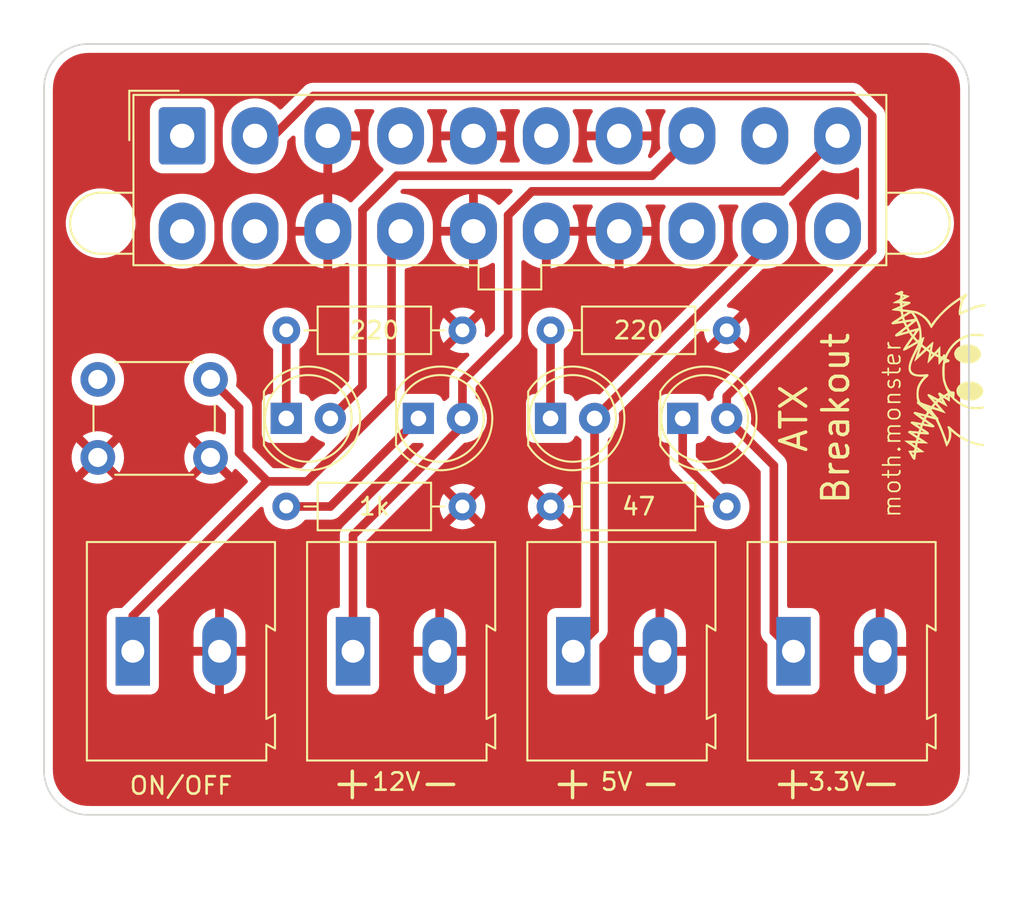
<source format=kicad_pcb>
(kicad_pcb (version 20210228) (generator pcbnew)
  (layers (0 "F.Cu" signal) (31 "B.Cu" signal) (34 "B.Paste" user) (35 "F.Paste" user) (36 "B.SilkS" user "B.Silkscreen") (37 "F.SilkS" user "F.Silkscreen") (38 "B.Mask" user) (39 "F.Mask" user) (44 "Edge.Cuts" user))
  (net 0 "")
  (net 1 "Net-(D1-Pad1)")
  (net 2 "Net-(D1-Pad2)")
  (net 3 "Net-(D2-Pad1)")
  (net 4 "Net-(D3-Pad1)")
  (net 5 "Net-(D4-Pad1)")
  (net 8 "Net-(J1-Pad14)")
  (net 10 "/12V")
  (net 11 "/5V")
  (net 12 "/3.3V")
  (net 13 "/GND")
  (footprint "LED_THT:LED_D5.0mm" (layer "F.Cu") (at 153.67 85.09)
    (fp_text reference "D3" hide)
    (fp_text value "LED")
    (pad "1" thru_hole rect (at 0 0) (size 1.8 1.8) (drill 0.9) (layers *.Cu *.Mask) (net 4 "Net-(D3-Pad1)"))
    (pad "2" thru_hole circle (at 2.54 0) (size 1.8 1.8) (drill 0.9) (layers *.Cu *.Mask) (net 11 "/5V"))
  )
  (footprint "LED_THT:LED_D5.0mm" (layer "F.Cu") (at 161.29 85.09)
    (fp_text reference "D4" hide)
    (fp_text value "LED")
    (pad "1" thru_hole rect (at 0 0) (size 1.8 1.8) (drill 0.9) (layers *.Cu *.Mask) (net 5 "Net-(D4-Pad1)"))
    (pad "2" thru_hole circle (at 2.54 0) (size 1.8 1.8) (drill 0.9) (layers *.Cu *.Mask) (net 12 "/3.3V"))
  )
  (footprint "Resistor_THT:R_Axial_DIN0207_L6.3mm_D2.5mm_P10.16mm_Horizontal" (layer "F.Cu") (at 148.59 80.01 180)
    (fp_text reference "R1" hide)
    (fp_text value "220" (at 5.08 0) (layer "F.SilkS"))
    (pad "1" thru_hole circle (at 0 0 180) (size 1.6 1.6) (drill 0.8) (layers *.Cu *.Mask) (net 13 "/GND"))
    (pad "2" thru_hole oval (at 10.16 0 180) (size 1.6 1.6) (drill 0.8) (layers *.Cu *.Mask) (net 1 "Net-(D1-Pad1)"))
  )
  (footprint "TerminalBlock:TerminalBlock_Altech_AK300-2_P5.00mm" (layer "F.Cu") (at 154.98 98.52)
    (fp_text reference "J4" hide)
    (fp_text value "5V" (at 2.5 7.525) (layer "F.SilkS"))
    (pad "1" thru_hole rect (at 0 0) (size 1.98 3.96) (drill 1.32) (layers *.Cu *.Mask) (net 11 "/5V"))
    (pad "2" thru_hole oval (at 5 0) (size 1.98 3.96) (drill 1.32) (layers *.Cu *.Mask) (net 13 "/GND"))
  )
  (footprint "Resistor_THT:R_Axial_DIN0207_L6.3mm_D2.5mm_P10.16mm_Horizontal" (layer "F.Cu") (at 163.83 80.01 180)
    (fp_text reference "R3" hide)
    (fp_text value "220" (at 5.08 0) (layer "F.SilkS"))
    (pad "1" thru_hole circle (at 0 0 180) (size 1.6 1.6) (drill 0.8) (layers *.Cu *.Mask) (net 13 "/GND"))
    (pad "2" thru_hole oval (at 10.16 0 180) (size 1.6 1.6) (drill 0.8) (layers *.Cu *.Mask) (net 4 "Net-(D3-Pad1)"))
  )
  (footprint "Resistor_THT:R_Axial_DIN0207_L6.3mm_D2.5mm_P10.16mm_Horizontal" (layer "F.Cu") (at 153.67 90.17)
    (fp_text reference "R4" hide)
    (fp_text value "47" (at 5.08 0) (layer "F.SilkS"))
    (pad "1" thru_hole circle (at 0 0) (size 1.6 1.6) (drill 0.8) (layers *.Cu *.Mask) (net 13 "/GND"))
    (pad "2" thru_hole oval (at 10.16 0) (size 1.6 1.6) (drill 0.8) (layers *.Cu *.Mask) (net 5 "Net-(D4-Pad1)"))
  )
  (footprint "random stuff:mothfacefixed" (layer "F.Cu") (at 175.26 82.55 90)
    (fp_text reference "Ref**" hide)
    (fp_text value "Val**" hide)
  )
  (footprint "Button_Switch_THT:SW_PUSH_6mm" (layer "F.Cu") (at 134.06 87.34 180)
    (fp_text reference "SW1" hide)
    (fp_text value "SW_Push")
    (pad "1" thru_hole circle (at 6.5 0 270) (size 2 2) (drill 1.1) (layers *.Cu *.Mask) (net 13 "/GND"))
    (pad "1" thru_hole circle (at 0 0 270) (size 2 2) (drill 1.1) (layers *.Cu *.Mask) (net 13 "/GND"))
    (pad "2" thru_hole circle (at 6.5 4.5 270) (size 2 2) (drill 1.1) (layers *.Cu *.Mask) (net 8 "Net-(J1-Pad14)"))
    (pad "2" thru_hole circle (at 0 4.5 270) (size 2 2) (drill 1.1) (layers *.Cu *.Mask) (net 8 "Net-(J1-Pad14)"))
  )
  (footprint "Connector_Molex:Molex_Mini-Fit_Jr_5566-20A2_2x10_P4.20mm_Vertical" (layer "F.Cu") (at 132.425 68.795)
    (fp_text reference "J1" hide)
    (fp_text value "ATX-20")
    (pad "" np_thru_hole circle (at 42.5 5.04) (size 3 3) (drill 3) (layers *.Cu *.Mask))
    (pad "" np_thru_hole circle (at -4.7 5.04) (size 3 3) (drill 3) (layers *.Cu *.Mask))
    (pad "1" thru_hole roundrect (at 0 0) (size 2.7 3.3) (drill 1.4) (layers *.Cu *.Mask) (roundrect_rratio 0.092593) (net 12 "/3.3V"))
    (pad "2" thru_hole oval (at 4.2 0) (size 2.7 3.3) (drill 1.4) (layers *.Cu *.Mask) (net 12 "/3.3V"))
    (pad "3" thru_hole oval (at 8.4 0) (size 2.7 3.3) (drill 1.4) (layers *.Cu *.Mask) (net 13 "/GND"))
    (pad "4" thru_hole oval (at 12.6 0) (size 2.7 3.3) (drill 1.4) (layers *.Cu *.Mask) (net 11 "/5V"))
    (pad "5" thru_hole oval (at 16.8 0) (size 2.7 3.3) (drill 1.4) (layers *.Cu *.Mask) (net 13 "/GND"))
    (pad "6" thru_hole oval (at 21 0) (size 2.7 3.3) (drill 1.4) (layers *.Cu *.Mask) (net 11 "/5V"))
    (pad "7" thru_hole oval (at 25.2 0) (size 2.7 3.3) (drill 1.4) (layers *.Cu *.Mask) (net 13 "/GND"))
    (pad "8" thru_hole oval (at 29.4 0) (size 2.7 3.3) (drill 1.4) (layers *.Cu *.Mask) (net 2 "Net-(D1-Pad2)"))
    (pad "9" thru_hole oval (at 33.6 0) (size 2.7 3.3) (drill 1.4) (layers *.Cu *.Mask))
    (pad "10" thru_hole oval (at 37.8 0) (size 2.7 3.3) (drill 1.4) (layers *.Cu *.Mask) (net 10 "/12V"))
    (pad "11" thru_hole oval (at 0 5.5) (size 2.7 3.3) (drill 1.4) (layers *.Cu *.Mask) (net 12 "/3.3V"))
    (pad "12" thru_hole oval (at 4.2 5.5) (size 2.7 3.3) (drill 1.4) (layers *.Cu *.Mask))
    (pad "13" thru_hole oval (at 8.4 5.5) (size 2.7 3.3) (drill 1.4) (layers *.Cu *.Mask) (net 13 "/GND"))
    (pad "14" thru_hole oval (at 12.6 5.5) (size 2.7 3.3) (drill 1.4) (layers *.Cu *.Mask) (net 8 "Net-(J1-Pad14)"))
    (pad "15" thru_hole oval (at 16.8 5.5) (size 2.7 3.3) (drill 1.4) (layers *.Cu *.Mask) (net 13 "/GND"))
    (pad "16" thru_hole oval (at 21 5.5) (size 2.7 3.3) (drill 1.4) (layers *.Cu *.Mask) (net 13 "/GND"))
    (pad "17" thru_hole oval (at 25.2 5.5) (size 2.7 3.3) (drill 1.4) (layers *.Cu *.Mask) (net 13 "/GND"))
    (pad "18" thru_hole oval (at 29.4 5.5) (size 2.7 3.3) (drill 1.4) (layers *.Cu *.Mask))
    (pad "19" thru_hole oval (at 33.6 5.5) (size 2.7 3.3) (drill 1.4) (layers *.Cu *.Mask) (net 11 "/5V"))
    (pad "20" thru_hole oval (at 37.8 5.5) (size 2.7 3.3) (drill 1.4) (layers *.Cu *.Mask) (net 11 "/5V"))
  )
  (footprint "TerminalBlock:TerminalBlock_Altech_AK300-2_P5.00mm" (layer "F.Cu") (at 142.28 98.52)
    (fp_text reference "J3" hide)
    (fp_text value "12V" (at 2.5 7.525 180) (layer "F.SilkS"))
    (pad "1" thru_hole rect (at 0 0) (size 1.98 3.96) (drill 1.32) (layers *.Cu *.Mask) (net 10 "/12V"))
    (pad "2" thru_hole oval (at 5 0) (size 1.98 3.96) (drill 1.32) (layers *.Cu *.Mask) (net 13 "/GND"))
  )
  (footprint "LED_THT:LED_D5.0mm" (layer "F.Cu") (at 138.43 85.09)
    (fp_text reference "D1" hide)
    (fp_text value "LED")
    (pad "1" thru_hole rect (at 0 0) (size 1.8 1.8) (drill 0.9) (layers *.Cu *.Mask) (net 1 "Net-(D1-Pad1)"))
    (pad "2" thru_hole circle (at 2.54 0) (size 1.8 1.8) (drill 0.9) (layers *.Cu *.Mask) (net 2 "Net-(D1-Pad2)"))
  )
  (footprint "LED_THT:LED_D5.0mm" (layer "F.Cu") (at 146.05 85.09)
    (fp_text reference "D2" hide)
    (fp_text value "LED")
    (pad "1" thru_hole rect (at 0 0) (size 1.8 1.8) (drill 0.9) (layers *.Cu *.Mask) (net 3 "Net-(D2-Pad1)"))
    (pad "2" thru_hole circle (at 2.54 0) (size 1.8 1.8) (drill 0.9) (layers *.Cu *.Mask) (net 10 "/12V"))
  )
  (footprint "TerminalBlock:TerminalBlock_Altech_AK300-2_P5.00mm" (layer "F.Cu") (at 129.58 98.52)
    (fp_text reference "J2" hide)
    (fp_text value "ON/OFF" (at 2.78 7.75) (layer "F.SilkS"))
    (pad "1" thru_hole rect (at 0 0) (size 1.98 3.96) (drill 1.32) (layers *.Cu *.Mask) (net 8 "Net-(J1-Pad14)"))
    (pad "2" thru_hole oval (at 5 0) (size 1.98 3.96) (drill 1.32) (layers *.Cu *.Mask) (net 13 "/GND"))
  )
  (footprint "TerminalBlock:TerminalBlock_Altech_AK300-2_P5.00mm" (layer "F.Cu") (at 167.68 98.52)
    (fp_text reference "J5" hide)
    (fp_text value "3.3V" (at 2.5 7.525) (layer "F.SilkS"))
    (pad "1" thru_hole rect (at 0 0) (size 1.98 3.96) (drill 1.32) (layers *.Cu *.Mask) (net 12 "/3.3V"))
    (pad "2" thru_hole oval (at 5 0) (size 1.98 3.96) (drill 1.32) (layers *.Cu *.Mask) (net 13 "/GND"))
  )
  (footprint "Resistor_THT:R_Axial_DIN0207_L6.3mm_D2.5mm_P10.16mm_Horizontal" (layer "F.Cu") (at 148.59 90.17 180)
    (fp_text reference "R2" hide)
    (fp_text value "1k" (at 5.08 0) (layer "F.SilkS"))
    (pad "1" thru_hole circle (at 0 0 180) (size 1.6 1.6) (drill 0.8) (layers *.Cu *.Mask) (net 13 "/GND"))
    (pad "2" thru_hole oval (at 10.16 0 180) (size 1.6 1.6) (drill 0.8) (layers *.Cu *.Mask) (net 3 "Net-(D2-Pad1)"))
  )
  (gr_arc (start 175.26 105.41) (end 175.26 107.95) (angle -90) (layer "Edge.Cuts") (width 0.1))
  (gr_arc (start 127 105.41) (end 124.46 105.41) (angle -90) (layer "Edge.Cuts") (width 0.1))
  (gr_arc (start 175.26 66.04) (end 177.8 66.04) (angle -90) (layer "Edge.Cuts") (width 0.1))
  (gr_line (start 127 63.5) (end 175.26 63.5) (layer "Edge.Cuts") (width 0.1))
  (gr_line (start 124.46 105.41) (end 124.46 66.04) (layer "Edge.Cuts") (width 0.1))
  (gr_line (start 177.8 66.04) (end 177.8 105.41) (layer "Edge.Cuts") (width 0.1))
  (gr_arc (start 127 66.04) (end 127 63.5) (angle -90) (layer "Edge.Cuts") (width 0.1))
  (gr_line (start 175.26 107.95) (end 127 107.95) (layer "Edge.Cuts") (width 0.1))
  (gr_text "-" (at 172.72 106.045) (layer "F.SilkS") (effects (font (size 2 2) (thickness 0.2))))
  (gr_text "-" (at 160.02 106.045) (layer "F.SilkS") (effects (font (size 2 2) (thickness 0.2))))
  (gr_text "ATX\nBreakout" (at 168.91 85.09 90) (layer "F.SilkS") (effects (font (size 1.5 1.5) (thickness 0.2))))
  (gr_text "-" (at 147.32 106.045) (layer "F.SilkS") (effects (font (size 2 2) (thickness 0.2))))
  (gr_text "+" (at 142.24 106.045) (layer "F.SilkS") (effects (font (size 2 2) (thickness 0.2))))
  (gr_text "+" (at 154.94 106.045) (layer "F.SilkS") (effects (font (size 2 2) (thickness 0.2))))
  (gr_text "+" (at 167.64 106.045) (layer "F.SilkS") (effects (font (size 2 2) (thickness 0.2))))
  (gr_text "moth.monster" (at 173.355 85.725 90) (layer "F.SilkS") (effects (font (size 1 1) (thickness 0.1))))
  (segment (start 138.43 85.09) (end 138.43 80.01) (width 0.5) (layer "F.Cu") (net 1))
  (segment (start 144.80548 71.09452) (end 159.52548 71.09452) (width 0.5) (layer "F.Cu") (net 2))
  (segment (start 140.97 85.09) (end 142.82452 83.23548) (width 0.5) (layer "F.Cu") (net 2))
  (segment (start 159.52548 71.09452) (end 161.825 68.795) (width 0.5) (layer "F.Cu") (net 2))
  (segment (start 142.82452 83.23548) (end 142.82452 73.07548) (width 0.5) (layer "F.Cu") (net 2))
  (segment (start 142.82452 73.07548) (end 144.80548 71.09452) (width 0.5) (layer "F.Cu") (net 2))
  (segment (start 140.97 90.17) (end 146.05 85.09) (width 0.5) (layer "F.Cu") (net 3))
  (segment (start 138.43 90.17) (end 140.97 90.17) (width 0.5) (layer "F.Cu") (net 3))
  (segment (start 153.67 85.09) (end 153.67 80.01) (width 0.5) (layer "F.Cu") (net 4))
  (segment (start 161.29 85.09) (end 161.29 87.63) (width 0.5) (layer "F.Cu") (net 5))
  (segment (start 161.29 87.63) (end 163.83 90.17) (width 0.5) (layer "F.Cu") (net 5))
  (segment (start 144.500489 74.819511) (end 144.500489 83.852788) (width 0.5) (layer "F.Cu") (net 8))
  (segment (start 144.500489 83.852788) (end 139.632788 88.720489) (width 0.5) (layer "F.Cu") (net 8))
  (segment (start 139.632788 88.720489) (end 137.339511 88.720489) (width 0.5) (layer "F.Cu") (net 8))
  (segment (start 129.58 96.48) (end 129.58 98.52) (width 0.5) (layer "F.Cu") (net 8))
  (segment (start 135.709511 87.090489) (end 137.339511 88.720489) (width 0.5) (layer "F.Cu") (net 8))
  (segment (start 137.339511 88.720489) (end 129.58 96.48) (width 0.5) (layer "F.Cu") (net 8))
  (segment (start 134.06 82.84) (end 135.709511 84.489511) (width 0.5) (layer "F.Cu") (net 8))
  (segment (start 145.025 74.295) (end 144.500489 74.819511) (width 0.5) (layer "F.Cu") (net 8))
  (segment (start 135.709511 84.489511) (end 135.709511 87.090489) (width 0.5) (layer "F.Cu") (net 8))
  (segment (start 169.04 69.98) (end 170.225 68.795) (width 0.5) (layer "F.Cu") (net 10))
  (segment (start 167.92548 71.09452) (end 169.04 69.98) (width 0.5) (layer "F.Cu") (net 10))
  (segment (start 151.22452 80.310203) (end 151.22452 73.367732) (width 0.5) (layer "F.Cu") (net 10))
  (segment (start 148.59 85.09) (end 148.59 82.944723) (width 0.5) (layer "F.Cu") (net 10))
  (segment (start 142.28 98.52) (end 142.28 91.82912) (width 0.5) (layer "F.Cu") (net 10))
  (segment (start 148.59 85.51912) (end 148.59 85.09) (width 0.5) (layer "F.Cu") (net 10))
  (segment (start 148.59 82.944723) (end 151.22452 80.310203) (width 0.5) (layer "F.Cu") (net 10))
  (segment (start 152.596772 71.99548) (end 167.02452 71.99548) (width 0.5) (layer "F.Cu") (net 10))
  (segment (start 167.02452 71.99548) (end 169.04 69.98) (width 0.5) (layer "F.Cu") (net 10))
  (segment (start 142.28 91.82912) (end 148.59 85.51912) (width 0.5) (layer "F.Cu") (net 10))
  (segment (start 151.22452 73.367732) (end 152.596772 71.99548) (width 0.5) (layer "F.Cu") (net 10))
  (segment (start 154.98 98.52) (end 156.21 97.29) (width 0.5) (layer "F.Cu") (net 11))
  (segment (start 156.21 85.09) (end 166.025 75.275) (width 0.5) (layer "F.Cu") (net 11))
  (segment (start 156.21 97.29) (end 156.21 85.09) (width 0.5) (layer "F.Cu") (net 11))
  (segment (start 166.025 75.275) (end 166.025 74.295) (width 0.5) (layer "F.Cu") (net 11))
  (segment (start 171.053228 66.49548) (end 172.22452 67.666772) (width 0.5) (layer "F.Cu") (net 12))
  (segment (start 172.22452 75.42548) (end 163.83 83.82) (width 0.5) (layer "F.Cu") (net 12))
  (segment (start 172.22452 67.666772) (end 172.22452 75.42548) (width 0.5) (layer "F.Cu") (net 12))
  (segment (start 137.697252 68.795) (end 139.996772 66.49548) (width 0.5) (layer "F.Cu") (net 12))
  (segment (start 136.625 68.795) (end 137.697252 68.795) (width 0.5) (layer "F.Cu") (net 12))
  (segment (start 163.83 83.82) (end 163.83 85.09) (width 0.5) (layer "F.Cu") (net 12))
  (segment (start 166.550489 87.810489) (end 163.83 85.09) (width 0.5) (layer "F.Cu") (net 12))
  (segment (start 139.996772 66.49548) (end 171.053228 66.49548) (width 0.5) (layer "F.Cu") (net 12))
  (segment (start 167.68 98.52) (end 166.550489 97.390489) (width 0.5) (layer "F.Cu") (net 12))
  (segment (start 166.550489 97.390489) (end 166.550489 87.810489) (width 0.5) (layer "F.Cu") (net 12))
  (zone (net 13) (net_name "/GND") (layer "F.Cu") (connect_pads (clearance 0.508)) (min_thickness 0.254) (fill yes (thermal_gap 0.508) (thermal_bridge_width 0.508))
    (polygon (pts (xy 180.975 61.595) (xy 180.34 111.76) (xy 121.92 113.03) (xy 121.92 60.96)))
  )
)
</source>
